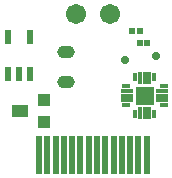
<source format=gbs>
%FSLAX25Y25*%
%MOIN*%
G70*
G01*
G75*
G04 Layer_Color=16711935*
%ADD10C,0.05118*%
%ADD11R,0.02559X0.02165*%
%ADD12R,0.02165X0.02559*%
%ADD13R,0.01378X0.01378*%
%ADD14R,0.05906X0.02165*%
%ADD15R,0.01378X0.01378*%
%ADD16C,0.03150*%
%ADD17C,0.00787*%
%ADD18C,0.01969*%
%ADD19C,0.03937*%
%ADD20O,0.05000X0.03500*%
%ADD21C,0.05906*%
%ADD22C,0.03150*%
%ADD23C,0.01969*%
%ADD24C,0.03937*%
%ADD25R,0.02362X0.00787*%
%ADD26R,0.03150X0.00787*%
%ADD27R,0.00787X0.02362*%
%ADD28R,0.00787X0.03150*%
%ADD29R,0.05118X0.05118*%
%ADD30R,0.01575X0.03937*%
%ADD31R,0.05000X0.03600*%
%ADD32R,0.03600X0.03600*%
%ADD33R,0.01378X0.11811*%
%ADD34C,0.01575*%
%ADD35C,0.00500*%
%ADD36C,0.00591*%
%ADD37C,0.00394*%
%ADD38C,0.05918*%
%ADD39R,0.03359X0.02965*%
%ADD40R,0.02965X0.03359*%
%ADD41R,0.02178X0.02178*%
%ADD42R,0.06706X0.02965*%
%ADD43R,0.02178X0.02178*%
%ADD44O,0.05800X0.04300*%
%ADD45C,0.06706*%
%ADD46C,0.02769*%
%ADD47R,0.03162X0.01587*%
%ADD48R,0.03950X0.01587*%
%ADD49R,0.01587X0.03162*%
%ADD50R,0.01587X0.03950*%
%ADD51R,0.05918X0.05918*%
%ADD52R,0.02375X0.04737*%
%ADD53R,0.05800X0.04400*%
%ADD54R,0.04400X0.04400*%
%ADD55R,0.02178X0.12611*%
D43*
X52559Y48690D02*
D03*
X54921D02*
D03*
X54979Y44720D02*
D03*
X57341D02*
D03*
D44*
X30430Y31570D02*
D03*
Y41570D02*
D03*
D45*
X44969Y54160D02*
D03*
X33788D02*
D03*
D46*
X60394Y40394D02*
D03*
X50039Y38858D02*
D03*
D47*
X62919Y30190D02*
D03*
Y23890D02*
D03*
X50321D02*
D03*
Y30190D02*
D03*
D48*
X62525Y28615D02*
D03*
Y27040D02*
D03*
Y25465D02*
D03*
X50714D02*
D03*
Y27040D02*
D03*
Y28615D02*
D03*
D49*
X59770Y20741D02*
D03*
X53470D02*
D03*
Y33339D02*
D03*
X59770D02*
D03*
D50*
X58195Y21135D02*
D03*
X56620D02*
D03*
X55045D02*
D03*
Y32945D02*
D03*
X56620D02*
D03*
X58195D02*
D03*
D51*
X56620Y27040D02*
D03*
D52*
X18451Y46459D02*
D03*
X10971D02*
D03*
X14711Y34255D02*
D03*
X10971D02*
D03*
X18451D02*
D03*
D53*
X15153Y21878D02*
D03*
D54*
X23153Y25678D02*
D03*
Y18178D02*
D03*
D55*
X21466Y7283D02*
D03*
X24221D02*
D03*
X26977D02*
D03*
X29733D02*
D03*
X32489D02*
D03*
X35245D02*
D03*
X38001D02*
D03*
X40757D02*
D03*
X43513D02*
D03*
X46269D02*
D03*
X49025D02*
D03*
X51781D02*
D03*
X54536D02*
D03*
X57292D02*
D03*
M02*

</source>
